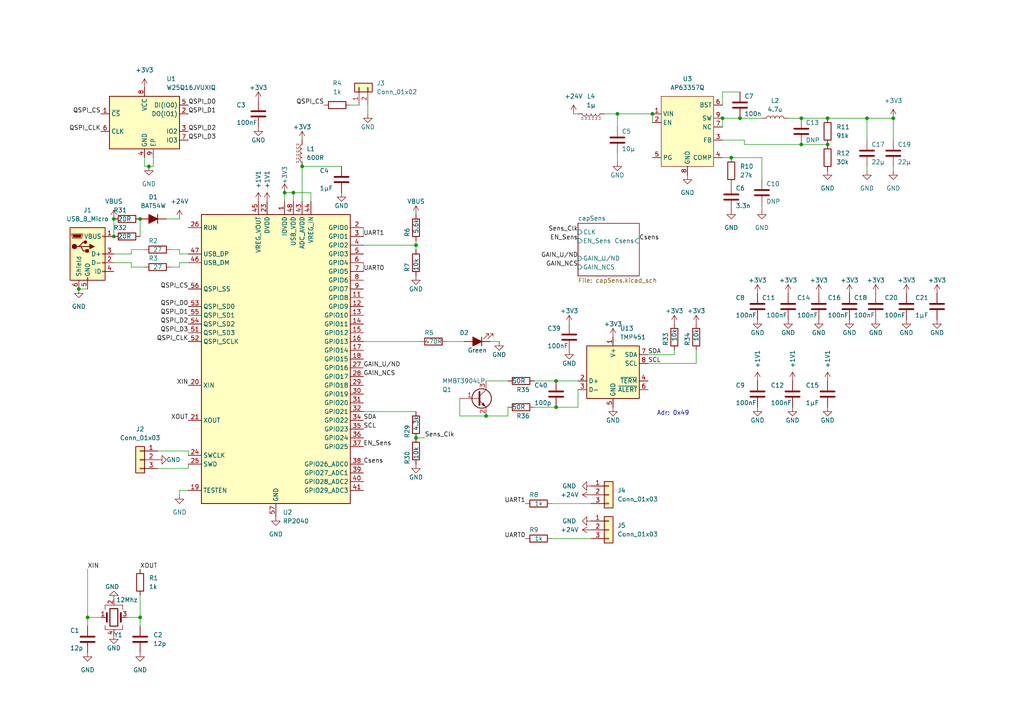
<source format=kicad_sch>
(kicad_sch (version 20211123) (generator eeschema)
  (paper "A4")
  (lib_symbols
    (symbol "Bergi:AP63357Q"
      (property "Reference" "U" (at -6.35 11.43 0))
      (property "Value" "AP63357Q" (at -2.54 8.89 0))
      (symbol "AP63357Q_0_1"
        (rectangle (start -7.62 7.62) (end 7.62 -12.7) (fill (type background)))
      )
      (symbol "AP63357Q_1_1"
        (pin unspecified line (at -10.16 2.54 0) (length 2.54) (name "VIN") (number "1"))
        (pin unspecified line (at -10.16 0 0) (length 2.54) (name "EN") (number "2"))
        (pin unspecified line (at 10.16 -5.08 180) (length 2.54) (name "FB") (number "3"))
        (pin unspecified line (at 10.16 -10.16 180) (length 2.54) (name "COMP") (number "4"))
        (pin unspecified line (at -10.16 -10.16 0) (length 2.54) (name "PG") (number "5"))
        (pin unspecified line (at 10.16 5.08 180) (length 2.54) (name "BST") (number "6"))
        (pin unspecified line (at 10.16 -1.27 180) (length 2.54) (name "NC") (number "7"))
        (pin unspecified line (at 0 -15.24 90) (length 2.54) (name "GND") (number "8"))
        (pin unspecified line (at 10.16 1.27 180) (length 2.54) (name "SW") (number "9"))
      )
    )
    (symbol "Bergi:W25Q16JVUXIQ"
      (property "Reference" "U" (at -8.89 8.89 0))
      (property "Value" "W25Q16JVUXIQ" (at 7.62 8.89 0))
      (symbol "W25Q16JVUXIQ_0_1"
        (rectangle (start -10.16 7.62) (end 10.16 -7.62) (stroke (width 0.254)) (fill (type background)))
      )
      (symbol "W25Q16JVUXIQ_1_1"
        (pin input line (at -12.7 2.54 0) (length 2.54) (name "~{CS}") (number "1"))
        (pin bidirectional line (at 12.7 2.54 180) (length 2.54) (name "DO(IO1)") (number "2"))
        (pin bidirectional line (at 12.7 -2.54 180) (length 2.54) (name "IO2") (number "3"))
        (pin power_in line (at 0 -10.16 90) (length 2.54) (name "GND") (number "4"))
        (pin bidirectional line (at 12.7 5.08 180) (length 2.54) (name "DI(IO0)") (number "5"))
        (pin input line (at -12.7 -2.54 0) (length 2.54) (name "CLK") (number "6"))
        (pin bidirectional line (at 12.7 -5.08 180) (length 2.54) (name "IO3") (number "7"))
        (pin power_in line (at 0 10.16 270) (length 2.54) (name "VCC") (number "8"))
        (pin passive line (at 2.54 -10.16 90) (length 2.54) (name "EP") (number "9"))
      )
    )
    (symbol "Connector:USB_B_Micro" (pin_names (offset 1.016))
      (property "Reference" "J" (at -5.08 11.43 0))
      (property "Value" "USB_B_Micro" (at -5.08 8.89 0))
      (symbol "USB_B_Micro_0_1"
        (rectangle (start -5.08 -7.62) (end 5.08 7.62) (stroke (width 0.254)) (fill (type background)))
        (circle (center -3.81 2.159) (radius 0.635) (stroke (width 0.254)) (fill (type outline)))
        (circle (center -0.635 3.429) (radius 0.381) (stroke (width 0.254)) (fill (type outline)))
        (rectangle (start -0.127 -7.62) (end 0.127 -6.858))
        (polyline (pts (xy -1.905 2.159) (xy 0.635 2.159)) (stroke (width 0.254)))
        (polyline (pts (xy -3.175 2.159) (xy -2.54 2.159) (xy -1.27 3.429) (xy -0.635 3.429)) (stroke (width 0.254)))
        (polyline (pts (xy -2.54 2.159) (xy -1.905 2.159) (xy -1.27 0.889) (xy 0 0.889)) (stroke (width 0.254)))
        (polyline (pts (xy 0.635 2.794) (xy 0.635 1.524) (xy 1.905 2.159) (xy 0.635 2.794)) (stroke (width 0.254)) (fill (type outline)))
        (polyline (pts (xy -4.318 5.588) (xy -1.778 5.588) (xy -2.032 4.826) (xy -4.064 4.826) (xy -4.318 5.588)) (fill (type outline)))
        (polyline (pts (xy -4.699 5.842) (xy -4.699 5.588) (xy -4.445 4.826) (xy -4.445 4.572) (xy -1.651 4.572) (xy -1.651 4.826) (xy -1.397 5.588) (xy -1.397 5.842) (xy -4.699 5.842)))
        (rectangle (start 0.254 1.27) (end -0.508 0.508) (stroke (width 0.254)) (fill (type outline)))
        (rectangle (start 5.08 -5.207) (end 4.318 -4.953))
        (rectangle (start 5.08 -2.667) (end 4.318 -2.413))
        (rectangle (start 5.08 -0.127) (end 4.318 0.127))
        (rectangle (start 5.08 4.953) (end 4.318 5.207))
      )
      (symbol "USB_B_Micro_1_1"
        (pin power_out line (at 7.62 5.08 180) (length 2.54) (name "VBUS") (number "1"))
        (pin bidirectional line (at 7.62 -2.54 180) (length 2.54) (name "D-") (number "2"))
        (pin bidirectional line (at 7.62 0 180) (length 2.54) (name "D+") (number "3"))
        (pin passive line (at 7.62 -5.08 180) (length 2.54) (name "ID") (number "4"))
        (pin power_out line (at 0 -10.16 90) (length 2.54) (name "GND") (number "5"))
        (pin passive line (at -2.54 -10.16 90) (length 2.54) (name "Shield") (number "6"))
      )
    )
    (symbol "Connector_Generic:Conn_01x02" (pin_names (offset 1.016) hide)
      (property "Reference" "J" (at 0 2.54 0))
      (property "Value" "Conn_01x02" (at 0 -5.08 0))
      (symbol "Conn_01x02_1_1"
        (rectangle (start -1.27 -2.413) (end 0 -2.667) (stroke (width 0.1524)))
        (rectangle (start -1.27 0.127) (end 0 -0.127) (stroke (width 0.1524)))
        (rectangle (start -1.27 1.27) (end 1.27 -3.81) (stroke (width 0.254)) (fill (type background)))
        (pin passive line (at -5.08 0 0) (length 3.81) (name "Pin_1") (number "1"))
        (pin passive line (at -5.08 -2.54 0) (length 3.81) (name "Pin_2") (number "2"))
      )
    )
    (symbol "Connector_Generic:Conn_01x03" (pin_names (offset 1.016) hide)
      (property "Reference" "J" (at 0 5.08 0))
      (property "Value" "Conn_01x03" (at 0 -5.08 0))
      (symbol "Conn_01x03_1_1"
        (rectangle (start -1.27 -2.413) (end 0 -2.667) (stroke (width 0.1524)))
        (rectangle (start -1.27 0.127) (end 0 -0.127) (stroke (width 0.1524)))
        (rectangle (start -1.27 2.667) (end 0 2.413) (stroke (width 0.1524)))
        (rectangle (start -1.27 3.81) (end 1.27 -3.81) (stroke (width 0.254)) (fill (type background)))
        (pin passive line (at -5.08 2.54 0) (length 3.81) (name "Pin_1") (number "1"))
        (pin passive line (at -5.08 0 0) (length 3.81) (name "Pin_2") (number "2"))
        (pin passive line (at -5.08 -2.54 0) (length 3.81) (name "Pin_3") (number "3"))
      )
    )
    (symbol "Device:C" (pin_numbers hide) (pin_names (offset 0.254))
      (property "Reference" "C" (at 0.635 2.54 0))
      (property "Value" "C" (at 0.635 -2.54 0))
      (symbol "C_0_1"
        (polyline (pts (xy -2.032 -0.762) (xy 2.032 -0.762)) (stroke (width 0.508)))
        (polyline (pts (xy -2.032 0.762) (xy 2.032 0.762)) (stroke (width 0.508)))
      )
      (symbol "C_1_1"
        (pin passive line (at 0 3.81 270) (length 2.794) (name "~") (number "1"))
        (pin passive line (at 0 -3.81 90) (length 2.794) (name "~") (number "2"))
      )
    )
    (symbol "Device:Crystal_GND24" (pin_names (offset 1.016) hide)
      (property "Reference" "Y" (at 3.175 5.08 0))
      (property "Value" "Crystal_GND24" (at 3.175 3.175 0))
      (symbol "Crystal_GND24_0_1"
        (rectangle (start -1.143 2.54) (end 1.143 -2.54) (stroke (width 0.3048)))
        (polyline (pts (xy -2.54 0) (xy -2.032 0)))
        (polyline (pts (xy -2.032 -1.27) (xy -2.032 1.27)) (stroke (width 0.508)))
        (polyline (pts (xy 0 -3.81) (xy 0 -3.556)))
        (polyline (pts (xy 0 3.556) (xy 0 3.81)))
        (polyline (pts (xy 2.032 -1.27) (xy 2.032 1.27)) (stroke (width 0.508)))
        (polyline (pts (xy 2.032 0) (xy 2.54 0)))
        (polyline (pts (xy -2.54 -2.286) (xy -2.54 -3.556) (xy 2.54 -3.556) (xy 2.54 -2.286)))
        (polyline (pts (xy -2.54 2.286) (xy -2.54 3.556) (xy 2.54 3.556) (xy 2.54 2.286)))
      )
      (symbol "Crystal_GND24_1_1"
        (pin passive line (at -3.81 0 0) (length 1.27) (name "1") (number "1"))
        (pin passive line (at 0 5.08 270) (length 1.27) (name "2") (number "2"))
        (pin passive line (at 3.81 0 180) (length 1.27) (name "3") (number "3"))
        (pin passive line (at 0 -5.08 90) (length 1.27) (name "4") (number "4"))
      )
    )
    (symbol "Device:D_Filled" (pin_numbers hide) (pin_names (offset 1.016) hide)
      (property "Reference" "D" (at 0 2.54 0))
      (property "Value" "D_Filled" (at 0 -2.54 0))
      (symbol "D_Filled_0_1"
        (polyline (pts (xy -1.27 1.27) (xy -1.27 -1.27)) (stroke (width 0.254)))
        (polyline (pts (xy 1.27 0) (xy -1.27 0)))
        (polyline (pts (xy 1.27 1.27) (xy 1.27 -1.27) (xy -1.27 0) (xy 1.27 1.27)) (stroke (width 0.254)) (fill (type outline)))
      )
      (symbol "D_Filled_1_1"
        (pin passive line (at -3.81 0 0) (length 2.54) (name "K") (number "1"))
        (pin passive line (at 3.81 0 180) (length 2.54) (name "A") (number "2"))
      )
    )
    (symbol "Device:L" (pin_numbers hide) (pin_names (offset 1.016) hide)
      (property "Reference" "L" (at -1.27 0 90))
      (property "Value" "L" (at 1.905 0 90))
      (symbol "L_0_1"
        (arc (start 0 -2.54) (mid 0.635 -1.905) (end 0 -1.27))
        (arc (start 0 -1.27) (mid 0.635 -0.635) (end 0 0))
        (arc (start 0 0) (mid 0.635 0.635) (end 0 1.27))
        (arc (start 0 1.27) (mid 0.635 1.905) (end 0 2.54))
      )
      (symbol "L_1_1"
        (pin passive line (at 0 3.81 270) (length 1.27) (name "1") (number "1"))
        (pin passive line (at 0 -3.81 90) (length 1.27) (name "2") (number "2"))
      )
    )
    (symbol "Device:LED_Filled" (pin_numbers hide) (pin_names (offset 1.016) hide)
      (property "Reference" "D" (at 0 2.54 0))
      (property "Value" "LED_Filled" (at 0 -2.54 0))
      (symbol "LED_Filled_0_1"
        (polyline (pts (xy -1.27 -1.27) (xy -1.27 1.27)) (stroke (width 0.254)))
        (polyline (pts (xy -1.27 0) (xy 1.27 0)))
        (polyline (pts (xy 1.27 -1.27) (xy 1.27 1.27) (xy -1.27 0) (xy 1.27 -1.27)) (stroke (width 0.254)) (fill (type outline)))
        (polyline (pts (xy -3.048 -0.762) (xy -4.572 -2.286) (xy -3.81 -2.286) (xy -4.572 -2.286) (xy -4.572 -1.524)))
        (polyline (pts (xy -1.778 -0.762) (xy -3.302 -2.286) (xy -2.54 -2.286) (xy -3.302 -2.286) (xy -3.302 -1.524)))
      )
      (symbol "LED_Filled_1_1"
        (pin passive line (at -3.81 0 0) (length 2.54) (name "K") (number "1"))
        (pin passive line (at 3.81 0 180) (length 2.54) (name "A") (number "2"))
      )
    )
    (symbol "Device:L_Ferrite" (pin_numbers hide) (pin_names (offset 1.016) hide)
      (property "Reference" "L" (at -1.27 0 90))
      (property "Value" "L_Ferrite" (at 2.794 0 90))
      (symbol "L_Ferrite_0_1"
        (arc (start 0 -2.54) (mid 0.635 -1.905) (end 0 -1.27))
        (arc (start 0 -1.27) (mid 0.635 -0.635) (end 0 0))
        (polyline (pts (xy 1.016 -2.794) (xy 1.016 -2.286)))
        (polyline (pts (xy 1.016 -1.778) (xy 1.016 -1.27)))
        (polyline (pts (xy 1.016 -0.762) (xy 1.016 -0.254)))
        (polyline (pts (xy 1.016 0.254) (xy 1.016 0.762)))
        (polyline (pts (xy 1.016 1.27) (xy 1.016 1.778)))
        (polyline (pts (xy 1.016 2.286) (xy 1.016 2.794)))
        (polyline (pts (xy 1.524 -2.286) (xy 1.524 -2.794)))
        (polyline (pts (xy 1.524 -1.27) (xy 1.524 -1.778)))
        (polyline (pts (xy 1.524 -0.254) (xy 1.524 -0.762)))
        (polyline (pts (xy 1.524 0.762) (xy 1.524 0.254)))
        (polyline (pts (xy 1.524 1.778) (xy 1.524 1.27)))
        (polyline (pts (xy 1.524 2.794) (xy 1.524 2.286)))
        (arc (start 0 0) (mid 0.635 0.635) (end 0 1.27))
        (arc (start 0 1.27) (mid 0.635 1.905) (end 0 2.54))
      )
      (symbol "L_Ferrite_1_1"
        (pin passive line (at 0 3.81 270) (length 1.27) (name "1") (number "1"))
        (pin passive line (at 0 -3.81 90) (length 1.27) (name "2") (number "2"))
      )
    )
    (symbol "Device:Q_NPN_BEC" (pin_names (offset 0) hide)
      (property "Reference" "Q" (at 5.08 1.27 0))
      (property "Value" "Q_NPN_BEC" (at 5.08 -1.27 0))
      (symbol "Q_NPN_BEC_0_1"
        (polyline (pts (xy 0.635 0.635) (xy 2.54 2.54)))
        (polyline (pts (xy 0.635 -0.635) (xy 2.54 -2.54) (xy 2.54 -2.54)))
        (polyline (pts (xy 0.635 1.905) (xy 0.635 -1.905) (xy 0.635 -1.905)) (stroke (width 0.508)))
        (polyline (pts (xy 1.27 -1.778) (xy 1.778 -1.27) (xy 2.286 -2.286) (xy 1.27 -1.778) (xy 1.27 -1.778)) (fill (type outline)))
        (circle (center 1.27 0) (radius 2.8194) (stroke (width 0.254)))
      )
      (symbol "Q_NPN_BEC_1_1"
        (pin input line (at -5.08 0 0) (length 5.715) (name "B") (number "1"))
        (pin passive line (at 2.54 -5.08 90) (length 2.54) (name "E") (number "2"))
        (pin passive line (at 2.54 5.08 270) (length 2.54) (name "C") (number "3"))
      )
    )
    (symbol "Device:R" (pin_numbers hide) (pin_names (offset 0))
      (property "Reference" "R" (at 2.032 0 90))
      (property "Value" "R" (at 0 0 90))
      (symbol "R_0_1"
        (rectangle (start -1.016 -2.54) (end 1.016 2.54) (stroke (width 0.254)))
      )
      (symbol "R_1_1"
        (pin passive line (at 0 3.81 270) (length 1.27) (name "~") (number "1"))
        (pin passive line (at 0 -3.81 90) (length 1.27) (name "~") (number "2"))
      )
    )
    (symbol "MCU_RaspberryPi:RP2040"
      (property "Reference" "U" (at 17.78 45.72 0))
      (property "Value" "RP2040" (at 17.78 43.18 0))
      (symbol "RP2040_0_1"
        (rectangle (start -21.59 41.91) (end 21.59 -41.91) (stroke (width 0.254)) (fill (type background)))
      )
      (symbol "RP2040_1_1"
        (pin power_in line (at 2.54 45.72 270) (length 3.81) (name "IOVDD") (number "1"))
        (pin passive line (at 2.54 45.72 270) (length 3.81) hide (name "IOVDD") (number "10"))
        (pin bidirectional line (at 25.4 17.78 180) (length 3.81) (name "GPIO8") (number "11"))
        (pin bidirectional line (at 25.4 15.24 180) (length 3.81) (name "GPIO9") (number "12"))
        (pin bidirectional line (at 25.4 12.7 180) (length 3.81) (name "GPIO10") (number "13"))
        (pin bidirectional line (at 25.4 10.16 180) (length 3.81) (name "GPIO11") (number "14"))
        (pin bidirectional line (at 25.4 7.62 180) (length 3.81) (name "GPIO12") (number "15"))
        (pin bidirectional line (at 25.4 5.08 180) (length 3.81) (name "GPIO13") (number "16"))
        (pin bidirectional line (at 25.4 2.54 180) (length 3.81) (name "GPIO14") (number "17"))
        (pin bidirectional line (at 25.4 0 180) (length 3.81) (name "GPIO15") (number "18"))
        (pin input line (at -25.4 -38.1 0) (length 3.81) (name "TESTEN") (number "19"))
        (pin bidirectional line (at 25.4 38.1 180) (length 3.81) (name "GPIO0") (number "2"))
        (pin input line (at -25.4 -7.62 0) (length 3.81) (name "XIN") (number "20"))
        (pin passive line (at -25.4 -17.78 0) (length 3.81) (name "XOUT") (number "21"))
        (pin passive line (at 2.54 45.72 270) (length 3.81) hide (name "IOVDD") (number "22"))
        (pin power_in line (at -2.54 45.72 270) (length 3.81) (name "DVDD") (number "23"))
        (pin output line (at -25.4 -27.94 0) (length 3.81) (name "SWCLK") (number "24"))
        (pin bidirectional line (at -25.4 -30.48 0) (length 3.81) (name "SWD") (number "25"))
        (pin input line (at -25.4 38.1 0) (length 3.81) (name "RUN") (number "26"))
        (pin bidirectional line (at 25.4 -2.54 180) (length 3.81) (name "GPIO16") (number "27"))
        (pin bidirectional line (at 25.4 -5.08 180) (length 3.81) (name "GPIO17") (number "28"))
        (pin bidirectional line (at 25.4 -7.62 180) (length 3.81) (name "GPIO18") (number "29"))
        (pin bidirectional line (at 25.4 35.56 180) (length 3.81) (name "GPIO1") (number "3"))
        (pin bidirectional line (at 25.4 -10.16 180) (length 3.81) (name "GPIO19") (number "30"))
        (pin bidirectional line (at 25.4 -12.7 180) (length 3.81) (name "GPIO20") (number "31"))
        (pin bidirectional line (at 25.4 -15.24 180) (length 3.81) (name "GPIO21") (number "32"))
        (pin passive line (at 2.54 45.72 270) (length 3.81) hide (name "IOVDD") (number "33"))
        (pin bidirectional line (at 25.4 -17.78 180) (length 3.81) (name "GPIO22") (number "34"))
        (pin bidirectional line (at 25.4 -20.32 180) (length 3.81) (name "GPIO23") (number "35"))
        (pin bidirectional line (at 25.4 -22.86 180) (length 3.81) (name "GPIO24") (number "36"))
        (pin bidirectional line (at 25.4 -25.4 180) (length 3.81) (name "GPIO25") (number "37"))
        (pin bidirectional line (at 25.4 -30.48 180) (length 3.81) (name "GPIO26_ADC0") (number "38"))
        (pin bidirectional line (at 25.4 -33.02 180) (length 3.81) (name "GPIO27_ADC1") (number "39"))
        (pin bidirectional line (at 25.4 33.02 180) (length 3.81) (name "GPIO2") (number "4"))
        (pin bidirectional line (at 25.4 -35.56 180) (length 3.81) (name "GPIO28_ADC2") (number "40"))
        (pin bidirectional line (at 25.4 -38.1 180) (length 3.81) (name "GPIO29_ADC3") (number "41"))
        (pin passive line (at 2.54 45.72 270) (length 3.81) hide (name "IOVDD") (number "42"))
        (pin power_in line (at 7.62 45.72 270) (length 3.81) (name "ADC_AVDD") (number "43"))
        (pin power_in line (at 10.16 45.72 270) (length 3.81) (name "VREG_IN") (number "44"))
        (pin power_out line (at -5.08 45.72 270) (length 3.81) (name "VREG_VOUT") (number "45"))
        (pin bidirectional line (at -25.4 27.94 0) (length 3.81) (name "USB_DM") (number "46"))
        (pin bidirectional line (at -25.4 30.48 0) (length 3.81) (name "USB_DP") (number "47"))
        (pin power_in line (at 5.08 45.72 270) (length 3.81) (name "USB_VDD") (number "48"))
        (pin passive line (at 2.54 45.72 270) (length 3.81) hide (name "IOVDD") (number "49"))
        (pin bidirectional line (at 25.4 30.48 180) (length 3.81) (name "GPIO3") (number "5"))
        (pin passive line (at -2.54 45.72 270) (length 3.81) hide (name "DVDD") (number "50"))
        (pin bidirectional line (at -25.4 7.62 0) (length 3.81) (name "QSPI_SD3") (number "51"))
        (pin output line (at -25.4 5.08 0) (length 3.81) (name "QSPI_SCLK") (number "52"))
        (pin bidirectional line (at -25.4 15.24 0) (length 3.81) (name "QSPI_SD0") (number "53"))
        (pin bidirectional line (at -25.4 10.16 0) (length 3.81) (name "QSPI_SD2") (number "54"))
        (pin bidirectional line (at -25.4 12.7 0) (length 3.81) (name "QSPI_SD1") (number "55"))
        (pin bidirectional line (at -25.4 20.32 0) (length 3.81) (name "QSPI_SS") (number "56"))
        (pin power_in line (at 0 -45.72 90) (length 3.81) (name "GND") (number "57"))
        (pin bidirectional line (at 25.4 27.94 180) (length 3.81) (name "GPIO4") (number "6"))
        (pin bidirectional line (at 25.4 25.4 180) (length 3.81) (name "GPIO5") (number "7"))
        (pin bidirectional line (at 25.4 22.86 180) (length 3.81) (name "GPIO6") (number "8"))
        (pin bidirectional line (at 25.4 20.32 180) (length 3.81) (name "GPIO7") (number "9"))
      )
    )
    (symbol "Sensor_Temperature:TMP411"
      (property "Reference" "U" (at -7.62 8.89 0))
      (property "Value" "TMP411" (at 1.27 8.89 0))
      (symbol "TMP411_0_1"
        (rectangle (start -7.62 7.62) (end 7.62 -7.62) (stroke (width 0.254)) (fill (type background)))
      )
      (symbol "TMP411_1_1"
        (pin power_in line (at 0 10.16 270) (length 2.54) (name "V+") (number "1"))
        (pin passive line (at -10.16 -2.54 0) (length 2.54) (name "D+") (number "2"))
        (pin passive line (at -10.16 -5.08 0) (length 2.54) (name "D-") (number "3"))
        (pin open_collector line (at 10.16 -2.54 180) (length 2.54) (name "~{TERM}") (number "4"))
        (pin power_in line (at 0 -10.16 90) (length 2.54) (name "GND") (number "5"))
        (pin open_collector line (at 10.16 -5.08 180) (length 2.54) (name "~{ALERT}") (number "6"))
        (pin bidirectional line (at 10.16 5.08 180) (length 2.54) (name "SDA") (number "7"))
        (pin input line (at 10.16 2.54 180) (length 2.54) (name "SCL") (number "8"))
      )
    )
    (symbol "power:+1V1" (power) (pin_names (offset 0))
      (property "Value" "+1V1" (at 0 3.556 0))
      (symbol "+1V1_0_1"
        (polyline (pts (xy -0.762 1.27) (xy 0 2.54)))
        (polyline (pts (xy 0 0) (xy 0 2.54)))
        (polyline (pts (xy 0 2.54) (xy 0.762 1.27)))
      )
      (symbol "+1V1_1_1"
        (pin power_in line (at 0 0 90) (length 0) hide (name "+1V1") (number "1"))
      )
    )
    (symbol "power:+24V" (power) (pin_names (offset 0))
      (property "Value" "+24V" (at 0 3.556 0))
      (symbol "+24V_0_1"
        (polyline (pts (xy -0.762 1.27) (xy 0 2.54)))
        (polyline (pts (xy 0 0) (xy 0 2.54)))
        (polyline (pts (xy 0 2.54) (xy 0.762 1.27)))
      )
      (symbol "+24V_1_1"
        (pin power_in line (at 0 0 90) (length 0) hide (name "+24V") (number "1"))
      )
    )
    (symbol "power:+3V3" (power) (pin_names (offset 0))
      (property "Value" "+3V3" (at 0 3.556 0))
      (symbol "+3V3_0_1"
        (polyline (pts (xy -0.762 1.27) (xy 0 2.54)))
        (polyline (pts (xy 0 0) (xy 0 2.54)))
        (polyline (pts (xy 0 2.54) (xy 0.762 1.27)))
      )
      (symbol "+3V3_1_1"
        (pin power_in line (at 0 0 90) (length 0) hide (name "+3V3") (number "1"))
      )
    )
    (symbol "power:GND" (power) (pin_names (offset 0))
      (property "Value" "GND" (at 0 -3.81 0))
      (symbol "GND_0_1"
        (polyline (pts (xy 0 0) (xy 0 -1.27) (xy 1.27 -1.27) (xy 0 -2.54) (xy -1.27 -1.27) (xy 0 -1.27)))
      )
      (symbol "GND_1_1"
        (pin power_in line (at 0 0 270) (length 0) hide (name "GND") (number "1"))
      )
    )
    (symbol "power:VBUS" (power) (pin_names (offset 0))
      (property "Value" "VBUS" (at 0 3.81 0))
      (symbol "VBUS_0_1"
        (polyline (pts (xy -0.762 1.27) (xy 0 2.54)))
        (polyline (pts (xy 0 0) (xy 0 2.54)))
        (polyline (pts (xy 0 2.54) (xy 0.762 1.27)))
      )
      (symbol "VBUS_1_1"
        (pin power_in line (at 0 0 90) (length 0) hide (name "VBUS") (number "1"))
      )
    )
  )
  (junction (at 43.18 48.26))
  (junction (at 240.03 41.91))
  (junction (at 40.64 179.07))
  (junction (at 33.02 63.5))
  (junction (at 214.63 34.29))
  (junction (at 85.09 55.88))
  (junction (at 120.65 71.12))
  (junction (at 232.41 41.91))
  (junction (at 251.46 34.29))
  (junction (at 232.41 34.29))
  (junction (at 212.09 45.72))
  (junction (at 140.97 120.65))
  (junction (at 40.64 63.5))
  (junction (at 120.65 127))
  (junction (at 161.29 118.11))
  (junction (at 259.08 34.29))
  (junction (at 22.86 83.82))
  (junction (at 179.07 33.02))
  (junction (at 240.03 34.29))
  (junction (at 25.4 179.07))
  (junction (at 87.63 48.26))
  (junction (at 209.55 34.29))
  (junction (at 161.29 110.49))
  (junction (at 189.23 33.02))
  (junction (at 33.02 68.58))
  (junction (at 82.55 55.88))
  (wire (pts (xy 52.07 72.39) (xy 49.53 72.39)))
  (wire (pts (xy 101.6 30.48) (xy 104.14 30.48)))
  (wire (pts (xy 38.1 77.47) (xy 41.91 77.47)))
  (wire (pts (xy 41.91 48.26) (xy 43.18 48.26)))
  (wire (pts (xy 87.63 58.42) (xy 87.63 48.26)))
  (wire (pts (xy 52.07 143.51) (xy 52.07 142.24)))
  (wire (pts (xy 209.55 40.64) (xy 215.9 40.64)))
  (wire (pts (xy 25.4 179.07) (xy 29.21 179.07)))
  (wire (pts (xy 167.64 113.03) (xy 167.64 118.11)))
  (wire (pts (xy 215.9 41.91) (xy 232.41 41.91)))
  (wire (pts (xy 52.07 142.24) (xy 54.61 142.24)))
  (wire (pts (xy 240.03 34.29) (xy 251.46 34.29)))
  (wire (pts (xy 25.4 165.1) (xy 25.4 179.07)))
  (wire (pts (xy 167.64 118.11) (xy 161.29 118.11)))
  (wire (pts (xy 179.07 33.02) (xy 189.23 33.02)))
  (wire (pts (xy 54.61 132.08) (xy 54.61 130.81)))
  (wire (pts (xy 259.08 40.64) (xy 259.08 34.29)))
  (wire (pts (xy 259.08 49.53) (xy 259.08 48.26)))
  (wire (pts (xy 251.46 49.53) (xy 251.46 48.26)))
  (wire (pts (xy 144.78 99.06) (xy 142.24 99.06)))
  (wire (pts (xy 209.55 36.83) (xy 209.55 34.29)))
  (wire (pts (xy 85.09 55.88) (xy 90.17 55.88)))
  (wire (pts (xy 36.83 179.07) (xy 40.64 179.07)))
  (wire (pts (xy 105.41 71.12) (xy 120.65 71.12)))
  (wire (pts (xy 220.98 60.96) (xy 220.98 59.69)))
  (wire (pts (xy 147.32 120.65) (xy 147.32 118.11)))
  (wire (pts (xy 33.02 68.58) (xy 33.02 63.5)))
  (wire (pts (xy 105.41 99.06) (xy 121.92 99.06)))
  (wire (pts (xy 120.65 71.12) (xy 120.65 72.39)))
  (wire (pts (xy 43.18 48.26) (xy 44.45 48.26)))
  (wire (pts (xy 44.45 48.26) (xy 44.45 45.72)))
  (wire (pts (xy 87.63 48.26) (xy 99.06 48.26)))
  (wire (pts (xy 212.09 45.72) (xy 209.55 45.72)))
  (wire (pts (xy 220.98 45.72) (xy 212.09 45.72)))
  (wire (pts (xy 160.02 156.21) (xy 171.45 156.21)))
  (wire (pts (xy 209.55 26.67) (xy 214.63 26.67)))
  (wire (pts (xy 140.97 110.49) (xy 147.32 110.49)))
  (wire (pts (xy 49.53 77.47) (xy 52.07 77.47)))
  (wire (pts (xy 133.35 120.65) (xy 140.97 120.65)))
  (wire (pts (xy 201.93 105.41) (xy 187.96 105.41)))
  (wire (pts (xy 154.94 110.49) (xy 161.29 110.49)))
  (wire (pts (xy 161.29 110.49) (xy 167.64 110.49)))
  (wire (pts (xy 45.72 135.89) (xy 54.61 135.89)))
  (wire (pts (xy 120.65 69.85) (xy 120.65 71.12)))
  (wire (pts (xy 82.55 55.88) (xy 82.55 58.42)))
  (wire (pts (xy 259.08 34.29) (xy 251.46 34.29)))
  (wire (pts (xy 251.46 34.29) (xy 251.46 40.64)))
  (wire (pts (xy 129.54 99.06) (xy 134.62 99.06)))
  (wire (pts (xy 175.26 33.02) (xy 179.07 33.02)))
  (wire (pts (xy 220.98 52.07) (xy 220.98 45.72)))
  (wire (pts (xy 189.23 33.02) (xy 189.23 35.56)))
  (wire (pts (xy 41.91 45.72) (xy 41.91 48.26)))
  (wire (pts (xy 105.41 119.38) (xy 120.65 119.38)))
  (wire (pts (xy 195.58 101.6) (xy 195.58 102.87)))
  (wire (pts (xy 85.09 55.88) (xy 85.09 58.42)))
  (wire (pts (xy 160.02 146.05) (xy 171.45 146.05)))
  (wire (pts (xy 201.93 101.6) (xy 201.93 105.41)))
  (wire (pts (xy 232.41 34.29) (xy 240.03 34.29)))
  (wire (pts (xy 41.91 72.39) (xy 38.1 72.39)))
  (wire (pts (xy 54.61 130.81) (xy 45.72 130.81)))
  (wire (pts (xy 232.41 41.91) (xy 240.03 41.91)))
  (wire (pts (xy 33.02 76.2) (xy 38.1 76.2)))
  (wire (pts (xy 105.41 76.2) (xy 105.41 78.74)))
  (wire (pts (xy 140.97 120.65) (xy 147.32 120.65)))
  (wire (pts (xy 48.26 63.5) (xy 52.07 63.5)))
  (wire (pts (xy 105.41 66.04) (xy 105.41 68.58)))
  (wire (pts (xy 40.64 179.07) (xy 40.64 181.61)))
  (wire (pts (xy 82.55 55.88) (xy 85.09 55.88)))
  (wire (pts (xy 54.61 73.66) (xy 52.07 73.66)))
  (wire (pts (xy 106.68 30.48) (xy 106.68 33.02)))
  (wire (pts (xy 40.64 63.5) (xy 40.64 68.58)))
  (wire (pts (xy 54.61 135.89) (xy 54.61 134.62)))
  (wire (pts (xy 179.07 36.83) (xy 179.07 33.02)))
  (wire (pts (xy 52.07 73.66) (xy 52.07 72.39)))
  (wire (pts (xy 25.4 181.61) (xy 25.4 179.07)))
  (wire (pts (xy 154.94 118.11) (xy 161.29 118.11)))
  (wire (pts (xy 22.86 83.82) (xy 25.4 83.82)))
  (wire (pts (xy 52.07 77.47) (xy 52.07 76.2)))
  (wire (pts (xy 166.37 33.02) (xy 167.64 33.02)))
  (wire (pts (xy 195.58 102.87) (xy 187.96 102.87)))
  (wire (pts (xy 179.07 46.99) (xy 179.07 44.45)))
  (wire (pts (xy 133.35 115.57) (xy 133.35 120.65)))
  (wire (pts (xy 90.17 55.88) (xy 90.17 58.42)))
  (wire (pts (xy 40.64 172.72) (xy 40.64 179.07)))
  (wire (pts (xy 209.55 30.48) (xy 209.55 26.67)))
  (wire (pts (xy 209.55 34.29) (xy 214.63 34.29)))
  (wire (pts (xy 52.07 76.2) (xy 54.61 76.2)))
  (wire (pts (xy 38.1 72.39) (xy 38.1 73.66)))
  (wire (pts (xy 228.6 34.29) (xy 232.41 34.29)))
  (wire (pts (xy 38.1 73.66) (xy 33.02 73.66)))
  (wire (pts (xy 120.65 127) (xy 123.19 127)))
  (wire (pts (xy 215.9 40.64) (xy 215.9 41.91)))
  (wire (pts (xy 214.63 34.29) (xy 220.98 34.29)))
  (wire (pts (xy 38.1 76.2) (xy 38.1 77.47)))
  (text "Adr: 0x49" (at 190.5 120.65 0) (effects (font (size 1.27 1.27)) (justify left bottom)))
  (label "GAIN_U{slash}ND" (at 105.41 106.68 0))
  (label "QSPI_CS" (at 93.98 30.48 180))
  (label "QSPI_CS" (at 54.61 83.82 180))
  (label "QSPI_CS" (at 29.21 33.02 180))
  (label "UART1" (at 105.41 68.58 0))
  (label "QSPI_CLK" (at 54.61 99.06 180))
  (label "Csens" (at 105.41 134.62 0))
  (label "Sens_Clk" (at 123.19 127 0))
  (label "EN_Sens" (at 167.64 69.85 180))
  (label "QSPI_D0" (at 54.61 30.48 0))
  (label "XOUT" (at 54.61 121.92 180))
  (label "QSPI_D2" (at 54.61 93.98 180))
  (label "UART0" (at 105.41 78.74 0))
  (label "UART0" (at 152.4 156.21 180))
  (label "SCL" (at 105.41 124.46 0))
  (label "UART1" (at 152.4 146.05 180))
  (label "XIN" (at 54.61 111.76 180))
  (label "SCL" (at 187.96 105.41 0))
  (label "GAIN_NCS" (at 105.41 109.22 0))
  (label "SDA" (at 187.96 102.87 0))
  (label "GAIN_NCS" (at 167.64 77.47 180))
  (label "QSPI_D1" (at 54.61 33.02 0))
  (label "EN_Sens" (at 105.41 129.54 0))
  (label "Sens_Clk" (at 167.64 67.31 180))
  (label "XIN" (at 25.4 165.1 0))
  (label "QSPI_CLK" (at 29.21 38.1 180))
  (label "XOUT" (at 40.64 165.1 0))
  (label "QSPI_D3" (at 54.61 96.52 180))
  (label "SDA" (at 105.41 121.92 0))
  (label "QSPI_D0" (at 54.61 88.9 180))
  (label "Csens" (at 185.42 69.85 0))
  (label "QSPI_D3" (at 54.61 40.64 0))
  (label "QSPI_D2" (at 54.61 38.1 0))
  (label "QSPI_D1" (at 54.61 91.44 180))
  (label "GAIN_U{slash}ND" (at 167.64 74.93 180))
  (symbol (lib_id "Device:C") (at 40.64 185.42 0) (unit 1)
    (property "Reference" "C2" (at 44.45 184.1499 0) (effects (justify left)))
    (property "Value" "12p" (at 44.45 186.6899 0) (effects (justify left)))
    (property "Footprint" "Capacitor_SMD:C_0603_1608Metric" (effects hide))
  )
  (symbol (lib_id "power:GND") (at 120.65 134.62 0) (unit 1)
    (property "Reference" "#PWR0116" (effects hide))
    (property "Value" "GND" (at 120.65 138.43 0))
  )
  (symbol (lib_id "Device:C") (at 271.78 88.9 0) (unit 1)
    (property "Reference" "C21" (at 265.43 86.36 0) (effects (justify left)))
    (property "Value" "1µF" (at 265.43 91.44 0) (effects (justify left)))
    (property "Footprint" "Capacitor_SMD:C_0603_1608Metric" (effects hide))
  )
  (symbol (lib_id "power:+3V3") (at 246.38 85.09 0) (unit 1)
    (property "Reference" "#PWR046" (effects hide))
    (property "Value" "+3V3" (at 246.38 81.28 0))
  )
  (symbol (lib_id "power:GND") (at 22.86 83.82 0) (unit 1)
    (property "Reference" "#PWR01" (effects hide))
    (property "Value" "GND" (at 22.86 88.9 0))
  )
  (symbol (lib_id "Device:L_Ferrite") (at 87.63 44.45 180) (unit 1)
    (property "Reference" "L1" (at 88.9 43.1799 0) (effects (justify right)))
    (property "Value" "600R" (at 88.9 45.7199 0) (effects (justify right)))
    (property "Footprint" "Inductor_SMD:L_0603_1608Metric" (effects hide))
  )
  (symbol (lib_id "Device:D_Filled") (at 44.45 63.5 180) (unit 1)
    (property "Reference" "D1" (at 44.45 57.15 0))
    (property "Value" "BAT54W" (at 44.45 59.69 0))
    (property "Footprint" "Diode_SMD:D_SOD-323" (effects hide))
  )
  (symbol (lib_id "Device:C") (at 220.98 55.88 180) (unit 1)
    (property "Reference" "C10" (at 222.25 53.34 0) (effects (justify right)))
    (property "Value" "DNP" (at 222.25 58.42 0) (effects (justify right)))
    (property "Footprint" "Capacitor_SMD:C_0603_1608Metric" (effects hide))
  )
  (symbol (lib_id "Device:C") (at 240.03 114.3 0) (unit 1)
    (property "Reference" "C15" (at 233.68 111.76 0) (effects (justify left)))
    (property "Value" "1µF" (at 233.68 116.84 0) (effects (justify left)))
    (property "Footprint" "Capacitor_SMD:C_0603_1608Metric" (effects hide))
  )
  (symbol (lib_id "power:+3V3") (at 82.55 55.88 0) (unit 1)
    (property "Reference" "#PWR017" (effects hide))
    (property "Value" "+3V3" (at 82.55 50.8 90))
  )
  (symbol (lib_id "Device:L_Ferrite") (at 171.45 33.02 270) (unit 1)
    (property "Reference" "L4" (at 171.45 27.94 90))
    (property "Value" "1µ" (at 171.45 30.48 90))
    (property "Footprint" "Inductor_SMD:L_0805_2012Metric" (effects hide))
  )
  (symbol (lib_id "Device:C") (at 228.6 88.9 0) (unit 1)
    (property "Reference" "C11" (at 220.98 86.36 0) (effects (justify left)))
    (property "Value" "100nF" (at 222.25 91.44 0) (effects (justify left)))
    (property "Footprint" "Capacitor_SMD:C_0603_1608Metric" (effects hide))
  )
  (symbol (lib_id "Device:R") (at 156.21 146.05 270) (unit 1)
    (property "Reference" "R8" (at 156.21 143.51 90) (effects (justify right)))
    (property "Value" "1k" (at 157.48 146.05 90) (effects (justify right)))
    (property "Footprint" "Resistor_SMD:R_0603_1608Metric" (effects hide))
  )
  (symbol (lib_id "Device:C") (at 219.71 114.3 0) (unit 1)
    (property "Reference" "C9" (at 213.36 111.76 0) (effects (justify left)))
    (property "Value" "100nF" (at 213.36 116.84 0) (effects (justify left)))
    (property "Footprint" "Capacitor_SMD:C_0603_1608Metric" (effects hide))
  )
  (symbol (lib_id "power:GND") (at 237.49 92.71 0) (unit 1)
    (property "Reference" "#PWR042" (effects hide))
    (property "Value" "GND" (at 237.49 96.52 0))
  )
  (symbol (lib_id "power:GND") (at 259.08 49.53 0) (unit 1)
    (property "Reference" "#PWR052" (effects hide))
    (property "Value" "GND" (at 259.08 54.61 0))
  )
  (symbol (lib_id "Connector:USB_B_Micro") (at 25.4 73.66 0) (unit 1)
    (property "Reference" "J1" (at 25.4 60.96 0))
    (property "Value" "USB_B_Micro" (at 25.4 63.5 0))
    (property "Footprint" "Connector_USB:USB_Micro-B_GCT_USB3076-30-A" (effects hide))
    (property "HTN" "USB3076-30, USB3075-30" (effects hide))
  )
  (symbol (lib_id "power:+3V3") (at 41.91 25.4 0) (unit 1)
    (property "Reference" "#PWR07" (effects hide))
    (property "Value" "+3V3" (at 41.91 20.32 0))
  )
  (symbol (lib_id "power:GND") (at 199.39 50.8 0) (unit 1)
    (property "Reference" "#PWR030" (effects hide))
    (property "Value" "GND" (at 199.39 55.88 0))
  )
  (symbol (lib_id "Device:R") (at 125.73 99.06 90) (unit 1)
    (property "Reference" "R5" (at 124.46 96.52 90))
    (property "Value" "470R" (at 125.73 99.06 90))
    (property "Footprint" "Resistor_SMD:R_0603_1608Metric" (effects hide))
  )
  (symbol (lib_id "Device:C") (at 165.1 97.79 0) (unit 1)
    (property "Reference" "C39" (at 158.75 95.25 0) (effects (justify left)))
    (property "Value" "100nF" (at 158.75 100.33 0) (effects (justify left)))
    (property "Footprint" "Capacitor_SMD:C_0603_1608Metric" (effects hide))
  )
  (symbol (lib_id "Device:R") (at 240.03 38.1 0) (unit 1)
    (property "Reference" "R11" (at 242.57 36.8299 0) (effects (justify left)))
    (property "Value" "91k" (at 242.57 39.3699 0) (effects (justify left)))
    (property "Footprint" "Resistor_SMD:R_0603_1608Metric" (effects hide))
  )
  (symbol (lib_id "power:+3V3") (at 262.89 85.09 0) (unit 1)
    (property "Reference" "#PWR053" (effects hide))
    (property "Value" "+3V3" (at 262.89 81.28 0))
  )
  (symbol (lib_id "power:VBUS") (at 120.65 62.23 0) (unit 1)
    (property "Reference" "#PWR021" (effects hide))
    (property "Value" "VBUS" (at 120.65 58.42 0))
  )
  (symbol (lib_id "power:GND") (at 240.03 118.11 0) (unit 1)
    (property "Reference" "#PWR045" (effects hide))
    (property "Value" "GND" (at 240.03 121.92 0))
  )
  (symbol (lib_id "power:GND") (at 144.78 99.06 0) (unit 1)
    (property "Reference" "#PWR023" (effects hide))
    (property "Value" "GND" (at 144.78 102.87 0))
  )
  (symbol (lib_id "Device:C") (at 219.71 88.9 0) (unit 1)
    (property "Reference" "C8" (at 213.36 86.36 0) (effects (justify left)))
    (property "Value" "100nF" (at 213.36 91.44 0) (effects (justify left)))
    (property "Footprint" "Capacitor_SMD:C_0603_1608Metric" (effects hide))
  )
  (symbol (lib_id "Device:C") (at 179.07 40.64 180) (unit 1)
    (property "Reference" "C5" (at 180.34 38.1 0) (effects (justify right)))
    (property "Value" "10µ" (at 180.34 43.18 0) (effects (justify right)))
    (property "Footprint" "Capacitor_SMD:C_1210_3225Metric" (effects hide))
  )
  (symbol (lib_id "Device:C") (at 254 88.9 0) (unit 1)
    (property "Reference" "C18" (at 247.65 86.36 0) (effects (justify left)))
    (property "Value" "100nF" (at 247.65 91.44 0) (effects (justify left)))
    (property "Footprint" "Capacitor_SMD:C_0603_1608Metric" (effects hide))
  )
  (symbol (lib_id "power:GND") (at 80.01 149.86 0) (unit 1)
    (property "Reference" "#PWR016" (effects hide))
    (property "Value" "GND" (at 80.01 154.94 0))
  )
  (symbol (lib_id "power:+3V3") (at 237.49 85.09 0) (unit 1)
    (property "Reference" "#PWR041" (effects hide))
    (property "Value" "+3V3" (at 237.49 81.28 0))
  )
  (symbol (lib_id "Device:R") (at 97.79 30.48 90) (unit 1)
    (property "Reference" "R4" (at 97.79 24.13 90))
    (property "Value" "1k" (at 97.79 26.67 90))
    (property "Footprint" "Resistor_SMD:R_0603_1608Metric" (effects hide))
  )
  (symbol (lib_id "power:GND") (at 171.45 140.97 270) (unit 1)
    (property "Reference" "#PWR024" (effects hide))
    (property "Value" "GND" (at 165.1 140.97 90))
  )
  (symbol (lib_id "Device:C") (at 229.87 114.3 0) (unit 1)
    (property "Reference" "C12" (at 223.52 111.76 0) (effects (justify left)))
    (property "Value" "100nF" (at 223.52 116.84 0) (effects (justify left)))
    (property "Footprint" "Capacitor_SMD:C_0603_1608Metric" (effects hide))
  )
  (symbol (lib_id "Device:L") (at 224.79 34.29 90) (unit 1)
    (property "Reference" "L2" (at 224.79 29.21 90))
    (property "Value" "4.7u" (at 224.79 31.75 90))
    (property "Footprint" "Inductor_SMD:L_1008_2520Metric" (effects hide))
  )
  (symbol (lib_id "power:VBUS") (at 33.02 63.5 0) (unit 1)
    (property "Reference" "#PWR05" (effects hide))
    (property "Value" "VBUS" (at 33.02 58.42 0))
  )
  (symbol (lib_id "Connector_Generic:Conn_01x02") (at 104.14 25.4 90) (unit 1)
    (property "Reference" "J3" (at 109.22 24.1299 90) (effects (justify right)))
    (property "Value" "Conn_01x02" (at 109.22 26.6699 90) (effects (justify right)))
    (property "Footprint" "Connector_PinSocket_2.54mm:PinSocket_1x02_P2.54mm_Vertical" (effects hide))
  )
  (symbol (lib_id "Device:C") (at 251.46 44.45 180) (unit 1)
    (property "Reference" "C17" (at 252.73 41.91 0) (effects (justify right)))
    (property "Value" "22µ" (at 252.73 46.99 0) (effects (justify right)))
    (property "Footprint" "Capacitor_SMD:C_1206_3216Metric" (effects hide))
  )
  (symbol (lib_id "Device:R") (at 120.65 130.81 0) (unit 1)
    (property "Reference" "R30" (at 118.11 130.81 90) (effects (justify right)))
    (property "Value" "10k" (at 120.65 129.54 90) (effects (justify right)))
    (property "Footprint" "Resistor_SMD:R_0603_1608Metric" (effects hide))
  )
  (symbol (lib_id "power:+1V1") (at 74.93 58.42 0) (unit 1)
    (property "Reference" "#PWR014" (effects hide))
    (property "Value" "+1V1" (at 74.93 52.07 90))
  )
  (symbol (lib_id "Device:R") (at 36.83 63.5 270) (unit 1)
    (property "Reference" "R31" (at 36.83 60.96 90) (effects (justify right)))
    (property "Value" "20R" (at 38.1 63.5 90) (effects (justify right)))
    (property "Footprint" "Resistor_SMD:R_0603_1608Metric" (effects hide))
  )
  (symbol (lib_id "Device:C") (at 237.49 88.9 0) (unit 1)
    (property "Reference" "C14" (at 231.14 86.36 0) (effects (justify left)))
    (property "Value" "100nF" (at 231.14 91.44 0) (effects (justify left)))
    (property "Footprint" "Capacitor_SMD:C_0603_1608Metric" (effects hide))
  )
  (symbol (lib_id "MCU_RaspberryPi:RP2040") (at 80.01 104.14 0) (unit 1)
    (property "Reference" "U2" (at 82.0294 148.59 0) (effects (justify left)))
    (property "Value" "RP2040" (at 82.0294 151.13 0) (effects (justify left)))
    (property "Footprint" "Package_DFN_QFN:QFN-56-1EP_7x7mm_P0.4mm_EP3.2x3.2mm" (effects hide))
    (property "Datasheet" "https://datasheets.raspberrypi.com/rp2040/rp2040-datasheet.pdf" (effects hide))
  )
  (symbol (lib_id "Bergi:W25Q16JVUXIQ") (at 41.91 35.56 0) (unit 1)
    (property "Reference" "U1" (at 48.26 22.86 0) (effects (justify left)))
    (property "Value" "W25Q16JVUXIQ" (at 48.26 25.4 0) (effects (justify left)))
    (property "Footprint" "Bergi:DFN-8-1EP_3x2mm_P0.5mm_EP0.3x1.6mm" (effects hide))
    (property "Datasheet" "http://www.winbond.com/resource-files/w25q32jv%20revg%2003272018%20plus.pdf" (effects hide))
  )
  (symbol (lib_id "Device:R") (at 36.83 68.58 270) (unit 1)
    (property "Reference" "R32" (at 36.83 66.04 90) (effects (justify right)))
    (property "Value" "20R" (at 38.1 68.58 90) (effects (justify right)))
    (property "Footprint" "Resistor_SMD:R_0603_1608Metric" (effects hide))
  )
  (symbol (lib_id "power:GND") (at 251.46 49.53 0) (unit 1)
    (property "Reference" "#PWR048" (effects hide))
    (property "Value" "GND" (at 251.46 54.61 0))
  )
  (symbol (lib_id "power:GND") (at 262.89 92.71 0) (unit 1)
    (property "Reference" "#PWR054" (effects hide))
    (property "Value" "GND" (at 262.89 96.52 0))
  )
  (symbol (lib_id "power:GND") (at 219.71 118.11 0) (unit 1)
    (property "Reference" "#PWR035" (effects hide))
    (property "Value" "GND" (at 219.71 121.92 0))
  )
  (symbol (lib_id "power:GND") (at 25.4 189.23 0) (unit 1)
    (property "Reference" "#PWR02" (effects hide))
    (property "Value" "GND" (at 25.4 194.31 0))
  )
  (symbol (lib_id "power:+3V3") (at 228.6 85.09 0) (unit 1)
    (property "Reference" "#PWR037" (effects hide))
    (property "Value" "+3V3" (at 228.6 81.28 0))
  )
  (symbol (lib_id "Device:C") (at 99.06 52.07 0) (unit 1)
    (property "Reference" "C4" (at 92.71 49.53 0) (effects (justify left)))
    (property "Value" "1µF" (at 92.71 54.61 0) (effects (justify left)))
    (property "Footprint" "Capacitor_SMD:C_0603_1608Metric" (effects hide))
  )
  (symbol (lib_id "power:+1V1") (at 77.47 58.42 0) (unit 1)
    (property "Reference" "#PWR015" (effects hide))
    (property "Value" "+1V1" (at 77.47 52.07 90))
  )
  (symbol (lib_id "power:GND") (at 43.18 48.26 0) (unit 1)
    (property "Reference" "#PWR08" (effects hide))
    (property "Value" "GND" (at 43.18 53.34 0))
  )
  (symbol (lib_id "Device:R") (at 45.72 72.39 90) (unit 1)
    (property "Reference" "R2" (at 44.45 69.85 90))
    (property "Value" "27" (at 45.72 72.39 90))
    (property "Footprint" "Resistor_SMD:R_0603_1608Metric" (effects hide))
  )
  (symbol (lib_id "power:GND") (at 220.98 60.96 0) (unit 1)
    (property "Reference" "#PWR036" (effects hide))
    (property "Value" "GND" (at 220.98 66.04 0))
  )
  (symbol (lib_id "Connector_Generic:Conn_01x03") (at 40.64 133.35 0) (mirror y) (unit 1)
    (property "Reference" "J2" (at 40.64 124.46 0))
    (property "Value" "Conn_01x03" (at 40.64 127 0))
    (property "Footprint" "Connector_PinHeader_2.54mm:PinHeader_1x03_P2.54mm_Vertical" (effects hide))
  )
  (symbol (lib_id "Device:C") (at 161.29 114.3 0) (unit 1)
    (property "Reference" "C40" (at 154.94 111.76 0) (effects (justify left)))
    (property "Value" "100p" (at 154.94 116.84 0) (effects (justify left)))
    (property "Footprint" "Capacitor_SMD:C_0603_1608Metric" (effects hide))
  )
  (symbol (lib_id "Device:Crystal_GND24") (at 33.02 179.07 0) (unit 1)
    (property "Reference" "Y1" (at 34.29 184.15 0))
    (property "Value" "12Mhz" (at 36.83 173.99 0))
    (property "Footprint" "Crystal:Crystal_SMD_2520-4Pin_2.5x2.0mm" (effects hide))
    (property "HTN" "ECS-120-12-36-AGN-TR3" (effects hide))
  )
  (symbol (lib_id "Device:R") (at 201.93 97.79 0) (unit 1)
    (property "Reference" "R34" (at 199.39 100.33 90) (effects (justify left)))
    (property "Value" "10k" (at 201.93 99.06 90) (effects (justify left)))
    (property "Footprint" "Resistor_SMD:R_0603_1608Metric" (effects hide))
  )
  (symbol (lib_id "Device:C") (at 214.63 30.48 180) (unit 1)
    (property "Reference" "C7" (at 215.9 27.94 0) (effects (justify right)))
    (property "Value" "100n" (at 215.9 33.02 0) (effects (justify right)))
    (property "Footprint" "Capacitor_SMD:C_0603_1608Metric" (effects hide))
  )
  (symbol (lib_id "power:GND") (at 40.64 189.23 0) (unit 1)
    (property "Reference" "#PWR06" (effects hide))
    (property "Value" "GND" (at 40.64 194.31 0))
  )
  (symbol (lib_id "Device:R") (at 120.65 76.2 0) (unit 1)
    (property "Reference" "R7" (at 118.11 76.2 90) (effects (justify right)))
    (property "Value" "10k" (at 120.65 74.93 90) (effects (justify right)))
    (property "Footprint" "Resistor_SMD:R_0603_1608Metric" (effects hide))
  )
  (symbol (lib_id "power:+3V3") (at 259.08 34.29 0) (unit 1)
    (property "Reference" "#PWR051" (effects hide))
    (property "Value" "+3V3" (at 259.08 29.21 0))
  )
  (symbol (lib_id "Device:C") (at 262.89 88.9 0) (unit 1)
    (property "Reference" "C20" (at 256.54 86.36 0) (effects (justify left)))
    (property "Value" "100nF" (at 256.54 91.44 0) (effects (justify left)))
    (property "Footprint" "Capacitor_SMD:C_0603_1608Metric" (effects hide))
  )
  (symbol (lib_id "Device:R") (at 240.03 45.72 0) (unit 1)
    (property "Reference" "R12" (at 242.57 44.4499 0) (effects (justify left)))
    (property "Value" "30k" (at 242.57 46.9899 0) (effects (justify left)))
    (property "Footprint" "Resistor_SMD:R_0603_1608Metric" (effects hide))
  )
  (symbol (lib_id "Device:C") (at 246.38 88.9 0) (unit 1)
    (property "Reference" "C16" (at 240.03 86.36 0) (effects (justify left)))
    (property "Value" "100nF" (at 240.03 91.44 0) (effects (justify left)))
    (property "Footprint" "Capacitor_SMD:C_0603_1608Metric" (effects hide))
  )
  (symbol (lib_id "power:GND") (at 254 92.71 0) (unit 1)
    (property "Reference" "#PWR050" (effects hide))
    (property "Value" "GND" (at 254 96.52 0))
  )
  (symbol (lib_id "Sensor_Temperature:TMP411") (at 177.8 107.95 0) (unit 1)
    (property "Reference" "U13" (at 179.8194 95.25 0) (effects (justify left)))
    (property "Value" "TMP451" (at 179.8194 97.79 0) (effects (justify left)))
    (property "Footprint" "Bergi:TI_WSON8_2x2mm_noEP" (effects hide))
    (property "Datasheet" "http://www.ti.com.cn/cn/lit/ds/symlink/tmp411.pdf" (effects hide))
    (property "HTN" "TMP451HQDQFRQ1" (effects hide))
  )
  (symbol (lib_id "power:+3V3") (at 219.71 85.09 0) (unit 1)
    (property "Reference" "#PWR032" (effects hide))
    (property "Value" "+3V3" (at 219.71 81.28 0))
  )
  (symbol (lib_id "Device:R") (at 195.58 97.79 0) (unit 1)
    (property "Reference" "R33" (at 193.04 100.33 90) (effects (justify left)))
    (property "Value" "10k" (at 195.58 99.06 90) (effects (justify left)))
    (property "Footprint" "Resistor_SMD:R_0603_1608Metric" (effects hide))
  )
  (symbol (lib_id "power:GND") (at 271.78 92.71 0) (unit 1)
    (property "Reference" "#PWR056" (effects hide))
    (property "Value" "GND" (at 271.78 96.52 0))
  )
  (symbol (lib_id "power:GND") (at 240.03 49.53 0) (unit 1)
    (property "Reference" "#PWR043" (effects hide))
    (property "Value" "GND" (at 240.03 54.61 0))
  )
  (symbol (lib_id "power:+1V1") (at 229.87 110.49 0) (unit 1)
    (property "Reference" "#PWR039" (effects hide))
    (property "Value" "+1V1" (at 229.87 104.14 90))
  )
  (symbol (lib_id "power:+3V3") (at 165.1 93.98 0) (unit 1)
    (property "Reference" "#PWR?" (effects hide))
    (property "Value" "+3V3" (at 165.1 90.17 0))
  )
  (symbol (lib_id "power:+24V") (at 171.45 143.51 90) (unit 1)
    (property "Reference" "#PWR025" (effects hide))
    (property "Value" "+24V" (at 162.56 143.51 90) (effects (justify right)))
  )
  (symbol (lib_id "Device:R") (at 151.13 110.49 90) (unit 1)
    (property "Reference" "R35" (at 153.67 113.03 90) (effects (justify left)))
    (property "Value" "50R" (at 152.4 110.49 90) (effects (justify left)))
    (property "Footprint" "Resistor_SMD:R_0603_1608Metric" (effects hide))
  )
  (symbol (lib_id "power:+3V3") (at 87.63 40.64 0) (unit 1)
    (property "Reference" "#PWR018" (effects hide))
    (property "Value" "+3V3" (at 87.63 36.83 0))
  )
  (symbol (lib_id "power:GND") (at 246.38 92.71 0) (unit 1)
    (property "Reference" "#PWR047" (effects hide))
    (property "Value" "GND" (at 246.38 96.52 0))
  )
  (symbol (lib_id "Connector_Generic:Conn_01x03") (at 176.53 153.67 0) (unit 1)
    (property "Reference" "J5" (at 179.07 152.3999 0) (effects (justify left)))
    (property "Value" "Conn_01x03" (at 179.07 154.9399 0) (effects (justify left)))
    (property "Footprint" "Connector_Molex:Molex_KK-254_AE-6410-03A_1x03_P2.54mm_Vertical" (effects hide))
  )
  (symbol (lib_id "power:GND") (at 165.1 101.6 0) (unit 1)
    (property "Reference" "#PWR0118" (effects hide))
    (property "Value" "GND" (at 165.1 105.41 0))
  )
  (symbol (lib_id "power:+3V3") (at 195.58 93.98 0) (unit 1)
    (property "Reference" "#PWR0117" (effects hide))
    (property "Value" "+3V3" (at 195.58 90.17 0))
  )
  (symbol (lib_id "Device:R") (at 151.13 118.11 90) (unit 1)
    (property "Reference" "R36" (at 153.67 120.65 90) (effects (justify left)))
    (property "Value" "50R" (at 152.4 118.11 90) (effects (justify left)))
    (property "Footprint" "Resistor_SMD:R_0603_1608Metric" (effects hide))
  )
  (symbol (lib_id "Device:R") (at 40.64 168.91 0) (unit 1)
    (property "Reference" "R1" (at 43.18 167.6399 0) (effects (justify left)))
    (property "Value" "1k" (at 43.18 170.1799 0) (effects (justify left)))
    (property "Footprint" "Resistor_SMD:R_0603_1608Metric" (effects hide))
  )
  (symbol (lib_id "power:GND") (at 177.8 118.11 0) (unit 1)
    (property "Reference" "#PWR0120" (effects hide))
    (property "Value" "GND" (at 177.8 121.92 0))
  )
  (symbol (lib_id "power:GND") (at 229.87 118.11 0) (unit 1)
    (property "Reference" "#PWR040" (effects hide))
    (property "Value" "GND" (at 229.87 121.92 0))
  )
  (symbol (lib_id "power:+3V3") (at 177.8 97.79 0) (unit 1)
    (property "Reference" "#PWR?" (effects hide))
    (property "Value" "+3V3" (at 177.8 93.98 0))
  )
  (symbol (lib_id "Device:R") (at 120.65 66.04 0) (unit 1)
    (property "Reference" "R6" (at 118.11 66.04 90) (effects (justify right)))
    (property "Value" "5.6k" (at 120.65 63.5 90) (effects (justify right)))
    (property "Footprint" "Resistor_SMD:R_0603_1608Metric" (effects hide))
  )
  (symbol (lib_id "power:GND") (at 33.02 173.99 180) (unit 1)
    (property "Reference" "#PWR03" (effects hide))
    (property "Value" "GND" (at 30.48 170.18 0) (effects (justify right)))
  )
  (symbol (lib_id "power:+1V1") (at 240.03 110.49 0) (unit 1)
    (property "Reference" "#PWR044" (effects hide))
    (property "Value" "+1V1" (at 240.03 104.14 90))
  )
  (symbol (lib_id "Device:LED_Filled") (at 138.43 99.06 180) (unit 1)
    (property "Reference" "D2" (at 134.62 96.52 0))
    (property "Value" "Green" (at 138.43 101.6 0))
    (property "Footprint" "LED_SMD:LED_0603_1608Metric" (effects hide))
  )
  (symbol (lib_id "Device:C") (at 212.09 57.15 180) (unit 1)
    (property "Reference" "C6" (at 213.36 54.61 0) (effects (justify right)))
    (property "Value" "3.3n" (at 213.36 59.69 0) (effects (justify right)))
    (property "Footprint" "Capacitor_SMD:C_0603_1608Metric" (effects hide))
  )
  (symbol (lib_id "Device:C") (at 232.41 38.1 180) (unit 1)
    (property "Reference" "C13" (at 233.68 35.56 0) (effects (justify right)))
    (property "Value" "DNP" (at 233.68 40.64 0) (effects (justify right)))
    (property "Footprint" "Capacitor_SMD:C_0603_1608Metric" (effects hide))
  )
  (symbol (lib_id "power:+24V") (at 166.37 33.02 0) (unit 1)
    (property "Reference" "#PWR028" (effects hide))
    (property "Value" "+24V" (at 166.37 27.94 0))
  )
  (symbol (lib_id "Device:C") (at 25.4 185.42 0) (unit 1)
    (property "Reference" "C1" (at 20.32 182.88 0) (effects (justify left)))
    (property "Value" "12p" (at 20.32 187.96 0) (effects (justify left)))
    (property "Footprint" "Capacitor_SMD:C_0603_1608Metric" (effects hide))
  )
  (symbol (lib_id "power:GND") (at 179.07 46.99 0) (unit 1)
    (property "Reference" "#PWR029" (effects hide))
    (property "Value" "GND" (at 179.07 50.8 0))
  )
  (symbol (lib_id "power:GND") (at 33.02 184.15 0) (unit 1)
    (property "Reference" "#PWR04" (effects hide))
    (property "Value" "GND" (at 33.02 187.96 0))
  )
  (symbol (lib_id "power:+3V3") (at 201.93 93.98 0) (unit 1)
    (property "Reference" "#PWR0119" (effects hide))
    (property "Value" "+3V3" (at 201.93 90.17 0))
  )
  (symbol (lib_id "power:GND") (at 99.06 55.88 0) (unit 1)
    (property "Reference" "#PWR019" (effects hide))
    (property "Value" "GND" (at 99.06 59.69 0))
  )
  (symbol (lib_id "Device:Q_NPN_BEC") (at 138.43 115.57 0) (unit 1)
    (property "Reference" "Q1" (at 128.27 113.03 0) (effects (justify left)))
    (property "Value" "MMBT3904LP" (at 128.27 110.49 0) (effects (justify left)))
    (property "Footprint" "Package_DFN_QFN:Diodes_DFN1006-3" (effects hide))
  )
  (symbol (lib_id "Connector_Generic:Conn_01x03") (at 176.53 143.51 0) (unit 1)
    (property "Reference" "J4" (at 179.07 142.2399 0) (effects (justify left)))
    (property "Value" "Conn_01x03" (at 179.07 144.7799 0) (effects (justify left)))
    (property "Footprint" "Connector_Molex:Molex_KK-254_AE-6410-03A_1x03_P2.54mm_Vertical" (effects hide))
  )
  (symbol (lib_id "power:GND") (at 74.93 36.83 0) (unit 1)
    (property "Reference" "#PWR013" (effects hide))
    (property "Value" "GND" (at 74.93 40.64 0))
  )
  (symbol (lib_id "power:GND") (at 45.72 133.35 90) (unit 1)
    (property "Reference" "#PWR09" (effects hide))
    (property "Value" "GND" (at 48.26 133.35 90) (effects (justify right)))
  )
  (symbol (lib_id "power:+24V") (at 52.07 63.5 0) (unit 1)
    (property "Reference" "#PWR010" (effects hide))
    (property "Value" "+24V" (at 52.07 58.42 0))
  )
  (symbol (lib_id "Device:R") (at 156.21 156.21 270) (unit 1)
    (property "Reference" "R9" (at 156.21 153.67 90) (effects (justify right)))
    (property "Value" "1k" (at 157.48 156.21 90) (effects (justify right)))
    (property "Footprint" "Resistor_SMD:R_0603_1608Metric" (effects hide))
  )
  (symbol (lib_id "Device:C") (at 74.93 33.02 0) (unit 1)
    (property "Reference" "C3" (at 68.58 30.48 0) (effects (justify left)))
    (property "Value" "100nF" (at 68.58 35.56 0) (effects (justify left)))
    (property "Footprint" "Capacitor_SMD:C_0603_1608Metric" (effects hide))
  )
  (symbol (lib_id "power:+3V3") (at 271.78 85.09 0) (unit 1)
    (property "Reference" "#PWR055" (effects hide))
    (property "Value" "+3V3" (at 271.78 81.28 0))
  )
  (symbol (lib_id "Bergi:AP63357Q") (at 199.39 35.56 0) (unit 1)
    (property "Reference" "U3" (at 199.39 22.86 0))
    (property "Value" "AP63357Q" (at 199.39 25.4 0))
    (property "Footprint" "Bergi:V-DFN3020-13" (effects hide))
  )
  (symbol (lib_id "Device:R") (at 212.09 49.53 0) (unit 1)
    (property "Reference" "R10" (at 214.63 48.2599 0) (effects (justify left)))
    (property "Value" "27k" (at 214.63 50.7999 0) (effects (justify left)))
    (property "Footprint" "Resistor_SMD:R_0603_1608Metric" (effects hide))
  )
  (symbol (lib_id "power:+1V1") (at 219.71 110.49 0) (unit 1)
    (property "Reference" "#PWR034" (effects hide))
    (property "Value" "+1V1" (at 219.71 104.14 90))
  )
  (symbol (lib_id "Device:R") (at 120.65 123.19 0) (unit 1)
    (property "Reference" "R29" (at 118.11 123.19 90) (effects (justify right)))
    (property "Value" "4.3k" (at 120.65 120.65 90) (effects (justify right)))
    (property "Footprint" "Resistor_SMD:R_0603_1608Metric" (effects hide))
  )
  (symbol (lib_id "power:GND") (at 171.45 151.13 270) (unit 1)
    (property "Reference" "#PWR026" (effects hide))
    (property "Value" "GND" (at 165.1 151.13 90))
  )
  (symbol (lib_id "power:GND") (at 52.07 143.51 0) (unit 1)
    (property "Reference" "#PWR011" (effects hide))
    (property "Value" "GND" (at 52.07 148.59 0))
  )
  (symbol (lib_id "power:GND") (at 228.6 92.71 0) (unit 1)
    (property "Reference" "#PWR038" (effects hide))
    (property "Value" "GND" (at 228.6 96.52 0))
  )
  (symbol (lib_id "Device:C") (at 259.08 44.45 180) (unit 1)
    (property "Reference" "C19" (at 260.35 41.91 0) (effects (justify right)))
    (property "Value" "22µ" (at 260.35 46.99 0) (effects (justify right)))
    (property "Footprint" "Capacitor_SMD:C_1206_3216Metric" (effects hide))
  )
  (symbol (lib_id "power:+3V3") (at 74.93 29.21 0) (unit 1)
    (property "Reference" "#PWR012" (effects hide))
    (property "Value" "+3V3" (at 74.93 25.4 0))
  )
  (symbol (lib_id "power:+3V3") (at 254 85.09 0) (unit 1)
    (property "Reference" "#PWR049" (effects hide))
    (property "Value" "+3V3" (at 254 81.28 0))
  )
  (symbol (lib_id "power:+24V") (at 171.45 153.67 90) (unit 1)
    (property "Reference" "#PWR027" (effects hide))
    (property "Value" "+24V" (at 162.56 153.67 90) (effects (justify right)))
  )
  (symbol (lib_id "Device:R") (at 45.72 77.47 90) (unit 1)
    (property "Reference" "R3" (at 44.45 74.93 90))
    (property "Value" "27" (at 45.72 77.47 90))
    (property "Footprint" "Resistor_SMD:R_0603_1608Metric" (effects hide))
  )
  (symbol (lib_id "power:GND") (at 106.68 33.02 0) (unit 1)
    (property "Reference" "#PWR020" (effects hide))
    (property "Value" "GND" (at 106.68 36.83 0))
  )
  (symbol (lib_id "power:GND") (at 219.71 92.71 0) (unit 1)
    (property "Reference" "#PWR033" (effects hide))
    (property "Value" "GND" (at 219.71 96.52 0))
  )
  (symbol (lib_id "power:GND") (at 212.09 60.96 0) (unit 1)
    (property "Reference" "#PWR031" (effects hide))
    (property "Value" "GND" (at 212.09 66.04 0))
  )
  (symbol (lib_id "power:GND") (at 120.65 80.01 0) (unit 1)
    (property "Reference" "#PWR022" (effects hide))
    (property "Value" "GND" (at 120.65 83.82 0))
  )
  (sheet (at 167.64 64.77) (size 17.78 15.24) (stroke (width 0.1524))
    (property "Sheet name" "capSens" (at 167.64 64.0584 0) (effects (justify left bottom)))
    (property "Sheet file" "capSens.kicad_sch" (at 167.64 80.5946 0) (effects (justify left top)))
    (pin "Csens" input (at 185.42 69.85 0))
    (pin "CLK" input (at 167.64 67.31 180))
    (pin "EN_Sens" input (at 167.64 69.85 180))
    (pin "GAIN_U{slash}ND" input (at 167.64 74.93 180))
    (pin "GAIN_NCS" input (at 167.64 77.47 180))
  )
)
</source>
